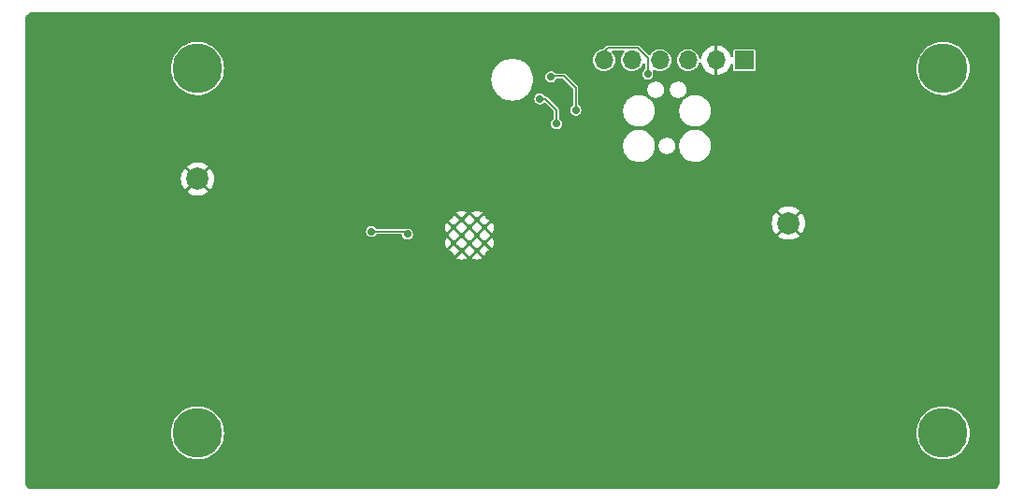
<source format=gbr>
%TF.GenerationSoftware,KiCad,Pcbnew,8.0.4*%
%TF.CreationDate,2024-11-25T16:05:12+13:00*%
%TF.ProjectId,CDRC,43445243-2e6b-4696-9361-645f70636258,B*%
%TF.SameCoordinates,Original*%
%TF.FileFunction,Copper,L2,Bot*%
%TF.FilePolarity,Positive*%
%FSLAX46Y46*%
G04 Gerber Fmt 4.6, Leading zero omitted, Abs format (unit mm)*
G04 Created by KiCad (PCBNEW 8.0.4) date 2024-11-25 16:05:12*
%MOMM*%
%LPD*%
G01*
G04 APERTURE LIST*
%TA.AperFunction,ComponentPad*%
%ADD10C,2.000000*%
%TD*%
%TA.AperFunction,HeatsinkPad*%
%ADD11C,0.600000*%
%TD*%
%TA.AperFunction,ComponentPad*%
%ADD12R,1.700000X1.700000*%
%TD*%
%TA.AperFunction,ComponentPad*%
%ADD13O,1.700000X1.700000*%
%TD*%
%TA.AperFunction,ComponentPad*%
%ADD14C,3.100000*%
%TD*%
%TA.AperFunction,ConnectorPad*%
%ADD15C,4.500000*%
%TD*%
%TA.AperFunction,ViaPad*%
%ADD16C,0.600000*%
%TD*%
%TA.AperFunction,ViaPad*%
%ADD17C,0.700000*%
%TD*%
%TA.AperFunction,ViaPad*%
%ADD18C,0.800000*%
%TD*%
%TA.AperFunction,Conductor*%
%ADD19C,0.150000*%
%TD*%
G04 APERTURE END LIST*
D10*
%TO.P,TP101,1,1*%
%TO.N,GND*%
X69500000Y-19500000D03*
%TD*%
D11*
%TO.P,U401,39,GND*%
%TO.N,GND*%
X39200000Y-19900000D03*
X39200000Y-21300000D03*
X39900000Y-19200000D03*
X39900000Y-20600000D03*
X39900000Y-22000000D03*
X40600000Y-19900000D03*
X40600000Y-21300000D03*
X41300000Y-19200000D03*
X41300000Y-20600000D03*
X41300000Y-22000000D03*
X42000000Y-19900000D03*
X42000000Y-21300000D03*
%TD*%
D12*
%TO.P,J301,1,Pin_1*%
%TO.N,VCC*%
X65500000Y-4750000D03*
D13*
%TO.P,J301,2,Pin_2*%
%TO.N,GND*%
X62960000Y-4750000D03*
%TO.P,J301,3,Pin_3*%
%TO.N,/MCU/ESP_RXD0*%
X60420000Y-4750000D03*
%TO.P,J301,4,Pin_4*%
%TO.N,/MCU/ESP_TXD0*%
X57880000Y-4750000D03*
%TO.P,J301,5,Pin_5*%
%TO.N,/MCU/ESP_BOOT0*%
X55340000Y-4750000D03*
%TO.P,J301,6,Pin_6*%
%TO.N,/MCU/ESP_EN*%
X52800000Y-4750000D03*
%TD*%
D10*
%TO.P,TP508,1,1*%
%TO.N,GND*%
X16000000Y-15500000D03*
%TD*%
D14*
%TO.P,H104,1*%
%TO.N,N/C*%
X83500000Y-38500000D03*
D15*
X83500000Y-38500000D03*
%TD*%
D14*
%TO.P,H102,1*%
%TO.N,N/C*%
X83500000Y-5500000D03*
D15*
X83500000Y-5500000D03*
%TD*%
D14*
%TO.P,H103,1*%
%TO.N,N/C*%
X16000000Y-5500000D03*
D15*
X16000000Y-5500000D03*
%TD*%
D14*
%TO.P,H101,1*%
%TO.N,N/C*%
X16000000Y-38500000D03*
D15*
X16000000Y-38500000D03*
%TD*%
D16*
%TO.N,GND*%
X49250000Y-9250000D03*
D17*
X56000000Y-6500000D03*
X46000000Y-8250000D03*
X48000000Y-7250000D03*
D18*
X79500000Y-43000000D03*
X29500000Y-4500000D03*
X64000000Y-7000000D03*
X35000000Y-29000000D03*
X19500000Y-34500000D03*
X1000000Y-12000000D03*
X7000000Y-33000000D03*
X35000000Y-30500000D03*
X88000000Y-12000000D03*
X88000000Y-42000000D03*
X82000000Y-9500000D03*
X29500000Y-43000000D03*
X52000000Y-37000000D03*
D17*
X22500000Y-33000000D03*
D18*
X37000000Y-22000000D03*
X24500000Y-43000000D03*
X14500000Y-17000000D03*
X17000000Y-24500000D03*
X47000000Y-19500000D03*
X44500000Y-11000000D03*
X82000000Y-32000000D03*
X32000000Y-34500000D03*
X44500000Y-14500000D03*
X69500000Y-1000000D03*
X71750000Y-22750000D03*
X34500000Y-37000000D03*
X58000000Y-18000000D03*
X88000000Y-17000000D03*
X59500000Y-43000000D03*
X7000000Y-31000000D03*
X19500000Y-29500000D03*
X62862500Y-20387500D03*
X77000000Y-9500000D03*
X42000000Y-11000000D03*
X34500000Y-1000000D03*
X69500000Y-14500000D03*
X54500000Y-1000000D03*
X35000000Y-33000000D03*
X1000000Y-27000000D03*
X47000000Y-37000000D03*
X51250000Y-9250000D03*
X14500000Y-9500000D03*
X27000000Y-4500000D03*
X49500000Y-43000000D03*
X64000000Y-9500000D03*
X31500000Y-12000000D03*
X84500000Y-32000000D03*
X30250000Y-11000000D03*
X19500000Y-4500000D03*
X47000000Y-22000000D03*
X13500000Y-12000000D03*
X14500000Y-29500000D03*
X67000000Y-12000000D03*
X58000000Y-16000000D03*
X42000000Y-24500000D03*
X31000000Y-12750000D03*
X69500000Y-7000000D03*
X44500000Y-19500000D03*
X82000000Y-12000000D03*
X74500000Y-43000000D03*
X64000000Y-16000000D03*
X72000000Y-7000000D03*
X37000000Y-19500000D03*
X69500000Y-12000000D03*
X11000000Y-4500000D03*
X77000000Y-7000000D03*
X79500000Y-4500000D03*
X79500000Y-9500000D03*
X22250000Y-6500000D03*
X37000000Y-24500000D03*
X77000000Y-27000000D03*
X1000000Y-42000000D03*
X44500000Y-24500000D03*
X34500000Y-43000000D03*
X4500000Y-1000000D03*
X47000000Y-29500000D03*
X29500000Y-7000000D03*
X64500000Y-1000000D03*
X67000000Y-9500000D03*
X67000000Y-7000000D03*
X13500000Y-32750000D03*
D17*
X22500000Y-37500000D03*
D18*
X14500000Y-19500000D03*
X64500000Y-43000000D03*
X72000000Y-12000000D03*
X84500000Y-1000000D03*
X22000000Y-14500000D03*
X1000000Y-32000000D03*
X47000000Y-14500000D03*
D17*
X22000000Y-18000000D03*
D18*
X52750000Y-20500000D03*
X19500000Y-9500000D03*
X79500000Y-24500000D03*
X9500000Y-1000000D03*
X39500000Y-34500000D03*
X31500000Y-9000000D03*
X74500000Y-1000000D03*
X42000000Y-17000000D03*
X69500000Y-9500000D03*
X54500000Y-43000000D03*
X79500000Y-12000000D03*
X88000000Y-32000000D03*
X79500000Y-14500000D03*
X62405000Y-25155000D03*
X79500000Y-19500000D03*
X36500000Y-29000000D03*
X69250000Y-31500000D03*
X79500000Y-29500000D03*
X22250000Y-8500000D03*
X44500000Y-1000000D03*
X32000000Y-7000000D03*
X9500000Y-43000000D03*
X77000000Y-14500000D03*
X60000000Y-16000000D03*
X39500000Y-37000000D03*
X79500000Y-37000000D03*
X74000000Y-18250000D03*
X47000000Y-17000000D03*
X84500000Y-34500000D03*
X61000000Y-32000000D03*
X10000000Y-4500000D03*
X19500000Y-37000000D03*
X69500000Y-17000000D03*
X71750000Y-23750000D03*
X17000000Y-34500000D03*
X62000000Y-16000000D03*
X19500000Y-43000000D03*
X36500000Y-33000000D03*
X61000000Y-34000000D03*
X44500000Y-34500000D03*
X64500000Y-19500000D03*
X72000000Y-14500000D03*
X67000000Y-19500000D03*
X39500000Y-43000000D03*
X79500000Y-39500000D03*
X17000000Y-9500000D03*
X14500000Y-1000000D03*
X14500000Y-43000000D03*
X12000000Y-19500000D03*
X70500000Y-32750000D03*
X42000000Y-34500000D03*
X26500000Y-21000000D03*
X1000000Y-37000000D03*
X7000000Y-36000000D03*
X17000000Y-29500000D03*
X61000000Y-30000000D03*
D17*
X22000000Y-15500000D03*
D18*
X24500000Y-1000000D03*
X39500000Y-17000000D03*
X19500000Y-17000000D03*
X68000000Y-32750000D03*
X44500000Y-17000000D03*
X42000000Y-29500000D03*
X57500000Y-26500000D03*
X49500000Y-1000000D03*
X74500000Y-7000000D03*
X37000000Y-37000000D03*
X32000000Y-32000000D03*
X84500000Y-43000000D03*
X47000000Y-24500000D03*
X54250000Y-20500000D03*
X37000000Y-17000000D03*
X4500000Y-43000000D03*
X42000000Y-14500000D03*
X67000000Y-4500000D03*
X69500000Y-43000000D03*
X1000000Y-2000000D03*
X7000000Y-35000000D03*
X64000000Y-12000000D03*
X69250000Y-34000000D03*
X77000000Y-17000000D03*
X59500000Y-1000000D03*
X47000000Y-11000000D03*
X13000000Y-4500000D03*
X77000000Y-24500000D03*
D17*
X22500000Y-11000000D03*
D18*
X88000000Y-37000000D03*
X88000000Y-27000000D03*
X79500000Y-1000000D03*
X67000000Y-14500000D03*
X39500000Y-24500000D03*
D17*
X57500000Y-22600000D03*
D18*
X44500000Y-43000000D03*
X84500000Y-9500000D03*
X49500000Y-37000000D03*
X19500000Y-7000000D03*
X7000000Y-32000000D03*
X67000000Y-17000000D03*
X12000000Y-4500000D03*
X29500000Y-1000000D03*
D17*
X22500000Y-28500000D03*
D18*
X35000000Y-32000000D03*
X57500000Y-24500000D03*
X1000000Y-22000000D03*
X58000000Y-20000000D03*
X1000000Y-17000000D03*
X69250000Y-32750000D03*
X44500000Y-29500000D03*
X74500000Y-12000000D03*
X74500000Y-9500000D03*
X84500000Y-12000000D03*
X74000000Y-20750000D03*
X17000000Y-19500000D03*
X52500000Y-13250000D03*
X79500000Y-7000000D03*
X19500000Y-1000000D03*
X52500000Y-14750000D03*
X19500000Y-14500000D03*
X77000000Y-12000000D03*
X88000000Y-2000000D03*
X58000000Y-14500000D03*
X72000000Y-9500000D03*
X22250000Y-7500000D03*
X82000000Y-34500000D03*
X61000000Y-7250000D03*
X52500000Y-16000000D03*
X47000000Y-34500000D03*
X7000000Y-37000000D03*
X88000000Y-7000000D03*
X1000000Y-7000000D03*
X79500000Y-22000000D03*
X39500000Y-1000000D03*
X77000000Y-22000000D03*
X53500000Y-9000000D03*
X32000000Y-4500000D03*
X52000000Y-11000000D03*
X39500000Y-29500000D03*
X88000000Y-22000000D03*
X50500000Y-11000000D03*
X19500000Y-24500000D03*
X12000000Y-17000000D03*
X42000000Y-37000000D03*
D17*
X54000000Y-27000000D03*
D18*
X77000000Y-19500000D03*
X44500000Y-22000000D03*
X79500000Y-27000000D03*
X34500000Y-34500000D03*
X26500000Y-18750000D03*
X79500000Y-17000000D03*
X22000000Y-17000000D03*
X32000000Y-37000000D03*
X31500000Y-11000000D03*
X44500000Y-37000000D03*
X74000000Y-15750000D03*
X14500000Y-34500000D03*
D17*
%TO.N,/MCU/ESP_RXD0*%
X47000000Y-8250000D03*
X48500000Y-10500000D03*
%TO.N,/MCU/ESP_EN*%
X56750000Y-6000000D03*
%TO.N,/MCU/ESP_TXD0*%
X48000000Y-6250000D03*
X50250000Y-9250000D03*
%TO.N,/MCU/IO25*%
X35000000Y-20500000D03*
X31750000Y-20250000D03*
%TD*%
D19*
%TO.N,/MCU/ESP_RXD0*%
X47000000Y-8250000D02*
X47500000Y-8250000D01*
X47500000Y-8250000D02*
X48500000Y-9250000D01*
X48500000Y-9250000D02*
X48500000Y-10500000D01*
%TO.N,/MCU/ESP_TXD0*%
X48000000Y-6250000D02*
X48075000Y-6175000D01*
X48075000Y-6175000D02*
X49175000Y-6175000D01*
X49175000Y-6175000D02*
X50250000Y-7250000D01*
X50250000Y-7250000D02*
X50250000Y-9250000D01*
%TO.N,/MCU/ESP_EN*%
X52800000Y-4750000D02*
X52800000Y-3950000D01*
X53125000Y-3625000D02*
X55875000Y-3625000D01*
X56750000Y-4500000D02*
X56750000Y-6000000D01*
X55875000Y-3625000D02*
X56750000Y-4500000D01*
X52800000Y-3950000D02*
X53125000Y-3625000D01*
%TO.N,/MCU/IO25*%
X31750000Y-20250000D02*
X34750000Y-20250000D01*
X34750000Y-20250000D02*
X35000000Y-20500000D01*
%TD*%
%TA.AperFunction,Conductor*%
%TO.N,GND*%
G36*
X88006922Y-401279D02*
G01*
X88119518Y-413966D01*
X88146583Y-420143D01*
X88246927Y-455255D01*
X88271941Y-467301D01*
X88361955Y-523860D01*
X88383662Y-541172D01*
X88458827Y-616337D01*
X88476140Y-638046D01*
X88532697Y-728056D01*
X88544745Y-753074D01*
X88579855Y-853414D01*
X88586033Y-880484D01*
X88598720Y-993077D01*
X88599500Y-1006961D01*
X88599500Y-42993038D01*
X88598720Y-43006922D01*
X88586033Y-43119515D01*
X88579855Y-43146585D01*
X88544745Y-43246925D01*
X88532697Y-43271943D01*
X88476140Y-43361953D01*
X88458827Y-43383662D01*
X88383662Y-43458827D01*
X88361953Y-43476140D01*
X88271943Y-43532697D01*
X88246925Y-43544745D01*
X88146585Y-43579855D01*
X88119516Y-43586033D01*
X88034855Y-43595572D01*
X88006921Y-43598720D01*
X87993039Y-43599500D01*
X1006961Y-43599500D01*
X993077Y-43598720D01*
X880484Y-43586033D01*
X853414Y-43579855D01*
X753074Y-43544745D01*
X728056Y-43532697D01*
X638046Y-43476140D01*
X616337Y-43458827D01*
X541172Y-43383662D01*
X523859Y-43361953D01*
X467302Y-43271943D01*
X455254Y-43246925D01*
X420144Y-43146585D01*
X413966Y-43119514D01*
X401280Y-43006921D01*
X400500Y-42993038D01*
X400500Y-38499994D01*
X13594754Y-38499994D01*
X13594754Y-38500005D01*
X13613718Y-38801446D01*
X13613719Y-38801453D01*
X13670320Y-39098164D01*
X13763659Y-39385431D01*
X13763661Y-39385436D01*
X13892265Y-39658732D01*
X13892268Y-39658738D01*
X14054111Y-39913763D01*
X14246652Y-40146505D01*
X14466836Y-40353272D01*
X14466846Y-40353280D01*
X14711193Y-40530808D01*
X14711198Y-40530810D01*
X14711205Y-40530816D01*
X14975896Y-40676332D01*
X14975901Y-40676334D01*
X14975903Y-40676335D01*
X14975904Y-40676336D01*
X15256734Y-40787524D01*
X15256737Y-40787525D01*
X15354259Y-40812564D01*
X15549302Y-40862642D01*
X15696039Y-40881179D01*
X15848963Y-40900499D01*
X15848969Y-40900499D01*
X15848973Y-40900500D01*
X15848975Y-40900500D01*
X16151025Y-40900500D01*
X16151027Y-40900500D01*
X16151032Y-40900499D01*
X16151036Y-40900499D01*
X16230591Y-40890448D01*
X16450698Y-40862642D01*
X16743262Y-40787525D01*
X16743265Y-40787524D01*
X17024095Y-40676336D01*
X17024096Y-40676335D01*
X17024094Y-40676335D01*
X17024104Y-40676332D01*
X17288795Y-40530816D01*
X17533162Y-40353274D01*
X17753349Y-40146504D01*
X17945885Y-39913768D01*
X18107733Y-39658736D01*
X18236341Y-39385430D01*
X18329681Y-39098160D01*
X18386280Y-38801457D01*
X18405246Y-38500000D01*
X18405246Y-38499994D01*
X81094754Y-38499994D01*
X81094754Y-38500005D01*
X81113718Y-38801446D01*
X81113719Y-38801453D01*
X81170320Y-39098164D01*
X81263659Y-39385431D01*
X81263661Y-39385436D01*
X81392265Y-39658732D01*
X81392268Y-39658738D01*
X81554111Y-39913763D01*
X81746652Y-40146505D01*
X81966836Y-40353272D01*
X81966846Y-40353280D01*
X82211193Y-40530808D01*
X82211198Y-40530810D01*
X82211205Y-40530816D01*
X82475896Y-40676332D01*
X82475901Y-40676334D01*
X82475903Y-40676335D01*
X82475904Y-40676336D01*
X82756734Y-40787524D01*
X82756737Y-40787525D01*
X82854259Y-40812564D01*
X83049302Y-40862642D01*
X83196039Y-40881179D01*
X83348963Y-40900499D01*
X83348969Y-40900499D01*
X83348973Y-40900500D01*
X83348975Y-40900500D01*
X83651025Y-40900500D01*
X83651027Y-40900500D01*
X83651032Y-40900499D01*
X83651036Y-40900499D01*
X83730591Y-40890448D01*
X83950698Y-40862642D01*
X84243262Y-40787525D01*
X84243265Y-40787524D01*
X84524095Y-40676336D01*
X84524096Y-40676335D01*
X84524094Y-40676335D01*
X84524104Y-40676332D01*
X84788795Y-40530816D01*
X85033162Y-40353274D01*
X85253349Y-40146504D01*
X85445885Y-39913768D01*
X85607733Y-39658736D01*
X85736341Y-39385430D01*
X85829681Y-39098160D01*
X85886280Y-38801457D01*
X85905246Y-38500000D01*
X85886280Y-38198543D01*
X85829681Y-37901840D01*
X85736341Y-37614570D01*
X85607733Y-37341264D01*
X85445885Y-37086232D01*
X85253349Y-36853496D01*
X85033162Y-36646726D01*
X85033159Y-36646724D01*
X85033153Y-36646719D01*
X84788806Y-36469191D01*
X84788799Y-36469186D01*
X84788795Y-36469184D01*
X84524104Y-36323668D01*
X84524101Y-36323666D01*
X84524096Y-36323664D01*
X84524095Y-36323663D01*
X84243265Y-36212475D01*
X84243262Y-36212474D01*
X83950695Y-36137357D01*
X83651036Y-36099500D01*
X83651027Y-36099500D01*
X83348973Y-36099500D01*
X83348963Y-36099500D01*
X83049304Y-36137357D01*
X82756737Y-36212474D01*
X82756734Y-36212475D01*
X82475904Y-36323663D01*
X82475903Y-36323664D01*
X82211205Y-36469184D01*
X82211193Y-36469191D01*
X81966846Y-36646719D01*
X81966836Y-36646727D01*
X81746652Y-36853494D01*
X81554111Y-37086236D01*
X81392268Y-37341261D01*
X81392265Y-37341267D01*
X81263661Y-37614563D01*
X81263659Y-37614568D01*
X81170320Y-37901835D01*
X81113719Y-38198546D01*
X81113718Y-38198553D01*
X81094754Y-38499994D01*
X18405246Y-38499994D01*
X18386280Y-38198543D01*
X18329681Y-37901840D01*
X18236341Y-37614570D01*
X18107733Y-37341264D01*
X17945885Y-37086232D01*
X17753349Y-36853496D01*
X17533162Y-36646726D01*
X17533159Y-36646724D01*
X17533153Y-36646719D01*
X17288806Y-36469191D01*
X17288799Y-36469186D01*
X17288795Y-36469184D01*
X17024104Y-36323668D01*
X17024101Y-36323666D01*
X17024096Y-36323664D01*
X17024095Y-36323663D01*
X16743265Y-36212475D01*
X16743262Y-36212474D01*
X16450695Y-36137357D01*
X16151036Y-36099500D01*
X16151027Y-36099500D01*
X15848973Y-36099500D01*
X15848963Y-36099500D01*
X15549304Y-36137357D01*
X15256737Y-36212474D01*
X15256734Y-36212475D01*
X14975904Y-36323663D01*
X14975903Y-36323664D01*
X14711205Y-36469184D01*
X14711193Y-36469191D01*
X14466846Y-36646719D01*
X14466836Y-36646727D01*
X14246652Y-36853494D01*
X14054111Y-37086236D01*
X13892268Y-37341261D01*
X13892265Y-37341267D01*
X13763661Y-37614563D01*
X13763659Y-37614568D01*
X13670320Y-37901835D01*
X13613719Y-38198546D01*
X13613718Y-38198553D01*
X13594754Y-38499994D01*
X400500Y-38499994D01*
X400500Y-22648446D01*
X39428328Y-22648446D01*
X39550697Y-22725336D01*
X39720858Y-22784877D01*
X39720861Y-22784878D01*
X39899997Y-22805062D01*
X39900003Y-22805062D01*
X40079138Y-22784878D01*
X40079141Y-22784877D01*
X40249304Y-22725335D01*
X40249310Y-22725332D01*
X40371670Y-22648447D01*
X40371670Y-22648446D01*
X40828328Y-22648446D01*
X40950697Y-22725336D01*
X41120858Y-22784877D01*
X41120861Y-22784878D01*
X41299997Y-22805062D01*
X41300003Y-22805062D01*
X41479138Y-22784878D01*
X41479141Y-22784877D01*
X41649304Y-22725335D01*
X41649310Y-22725332D01*
X41771670Y-22648447D01*
X41771670Y-22648446D01*
X41300001Y-22176776D01*
X41300000Y-22176776D01*
X40828328Y-22648446D01*
X40371670Y-22648446D01*
X39900001Y-22176776D01*
X39900000Y-22176776D01*
X39428328Y-22648446D01*
X400500Y-22648446D01*
X400500Y-21948446D01*
X38728328Y-21948446D01*
X38850697Y-22025336D01*
X39020859Y-22084878D01*
X39021644Y-22085057D01*
X39022099Y-22085311D01*
X39027430Y-22087177D01*
X39027103Y-22088110D01*
X39082623Y-22119166D01*
X39111952Y-22172875D01*
X39112823Y-22172571D01*
X39114672Y-22177855D01*
X39114940Y-22178346D01*
X39115120Y-22179137D01*
X39174664Y-22349304D01*
X39251551Y-22471670D01*
X39251552Y-22471671D01*
X39723223Y-22000000D01*
X39723223Y-21999999D01*
X39703333Y-21980109D01*
X39800000Y-21980109D01*
X39800000Y-22019891D01*
X39815224Y-22056645D01*
X39843355Y-22084776D01*
X39880109Y-22100000D01*
X39919891Y-22100000D01*
X39956645Y-22084776D01*
X39984776Y-22056645D01*
X40000000Y-22019891D01*
X40000000Y-22000000D01*
X40076776Y-22000000D01*
X40548446Y-22471670D01*
X40586113Y-22467426D01*
X40613884Y-22467426D01*
X40651553Y-22471670D01*
X41123223Y-22000001D01*
X41123223Y-21999999D01*
X41103333Y-21980109D01*
X41200000Y-21980109D01*
X41200000Y-22019891D01*
X41215224Y-22056645D01*
X41243355Y-22084776D01*
X41280109Y-22100000D01*
X41319891Y-22100000D01*
X41356645Y-22084776D01*
X41384776Y-22056645D01*
X41400000Y-22019891D01*
X41400000Y-22000000D01*
X41476776Y-22000000D01*
X41948446Y-22471670D01*
X41948447Y-22471670D01*
X42025332Y-22349310D01*
X42025335Y-22349304D01*
X42084876Y-22179144D01*
X42085056Y-22178358D01*
X42085311Y-22177901D01*
X42087177Y-22172570D01*
X42088110Y-22172896D01*
X42119164Y-22117379D01*
X42172875Y-22088049D01*
X42172570Y-22087177D01*
X42177870Y-22085322D01*
X42178358Y-22085056D01*
X42179144Y-22084876D01*
X42349304Y-22025335D01*
X42349310Y-22025332D01*
X42471670Y-21948447D01*
X42471670Y-21948446D01*
X42000000Y-21476776D01*
X41476776Y-22000000D01*
X41400000Y-22000000D01*
X41400000Y-21980109D01*
X41384776Y-21943355D01*
X41356645Y-21915224D01*
X41319891Y-21900000D01*
X41280109Y-21900000D01*
X41243355Y-21915224D01*
X41215224Y-21943355D01*
X41200000Y-21980109D01*
X41103333Y-21980109D01*
X40600000Y-21476776D01*
X40076776Y-22000000D01*
X40000000Y-22000000D01*
X40000000Y-21980109D01*
X39984776Y-21943355D01*
X39956645Y-21915224D01*
X39919891Y-21900000D01*
X39880109Y-21900000D01*
X39843355Y-21915224D01*
X39815224Y-21943355D01*
X39800000Y-21980109D01*
X39703333Y-21980109D01*
X39372527Y-21649303D01*
X39200001Y-21476776D01*
X39200000Y-21476776D01*
X38728328Y-21948446D01*
X400500Y-21948446D01*
X400500Y-21299997D01*
X38394938Y-21299997D01*
X38394938Y-21300002D01*
X38415121Y-21479138D01*
X38415122Y-21479141D01*
X38474664Y-21649303D01*
X38551551Y-21771670D01*
X38551552Y-21771671D01*
X39023223Y-21300000D01*
X39023223Y-21299999D01*
X39003333Y-21280109D01*
X39100000Y-21280109D01*
X39100000Y-21319891D01*
X39115224Y-21356645D01*
X39143355Y-21384776D01*
X39180109Y-21400000D01*
X39219891Y-21400000D01*
X39256645Y-21384776D01*
X39284776Y-21356645D01*
X39300000Y-21319891D01*
X39300000Y-21300000D01*
X39376776Y-21300000D01*
X39553553Y-21476777D01*
X39900000Y-21823223D01*
X40246447Y-21476777D01*
X40423223Y-21300000D01*
X40423223Y-21299999D01*
X40403333Y-21280109D01*
X40500000Y-21280109D01*
X40500000Y-21319891D01*
X40515224Y-21356645D01*
X40543355Y-21384776D01*
X40580109Y-21400000D01*
X40619891Y-21400000D01*
X40656645Y-21384776D01*
X40684776Y-21356645D01*
X40700000Y-21319891D01*
X40700000Y-21300000D01*
X40776776Y-21300000D01*
X40953553Y-21476777D01*
X41300000Y-21823223D01*
X41646447Y-21476777D01*
X41823223Y-21300000D01*
X41823223Y-21299999D01*
X41803333Y-21280109D01*
X41900000Y-21280109D01*
X41900000Y-21319891D01*
X41915224Y-21356645D01*
X41943355Y-21384776D01*
X41980109Y-21400000D01*
X42019891Y-21400000D01*
X42056645Y-21384776D01*
X42084776Y-21356645D01*
X42100000Y-21319891D01*
X42100000Y-21299999D01*
X42176776Y-21299999D01*
X42176776Y-21300000D01*
X42648446Y-21771670D01*
X42648447Y-21771670D01*
X42725332Y-21649310D01*
X42725336Y-21649303D01*
X42784877Y-21479141D01*
X42784878Y-21479138D01*
X42805062Y-21300002D01*
X42805062Y-21299997D01*
X42784878Y-21120861D01*
X42784877Y-21120858D01*
X42725336Y-20950697D01*
X42648446Y-20828328D01*
X42176776Y-21299999D01*
X42100000Y-21299999D01*
X42100000Y-21280109D01*
X42084776Y-21243355D01*
X42056645Y-21215224D01*
X42019891Y-21200000D01*
X41980109Y-21200000D01*
X41943355Y-21215224D01*
X41915224Y-21243355D01*
X41900000Y-21280109D01*
X41803333Y-21280109D01*
X41300000Y-20776776D01*
X40776776Y-21300000D01*
X40700000Y-21300000D01*
X40700000Y-21280109D01*
X40684776Y-21243355D01*
X40656645Y-21215224D01*
X40619891Y-21200000D01*
X40580109Y-21200000D01*
X40543355Y-21215224D01*
X40515224Y-21243355D01*
X40500000Y-21280109D01*
X40403333Y-21280109D01*
X39900000Y-20776776D01*
X39376776Y-21300000D01*
X39300000Y-21300000D01*
X39300000Y-21280109D01*
X39284776Y-21243355D01*
X39256645Y-21215224D01*
X39219891Y-21200000D01*
X39180109Y-21200000D01*
X39143355Y-21215224D01*
X39115224Y-21243355D01*
X39100000Y-21280109D01*
X39003333Y-21280109D01*
X38551552Y-20828327D01*
X38551551Y-20828327D01*
X38474664Y-20950695D01*
X38415122Y-21120858D01*
X38415121Y-21120861D01*
X38394938Y-21299997D01*
X400500Y-21299997D01*
X400500Y-20250000D01*
X31244353Y-20250000D01*
X31264834Y-20392456D01*
X31279457Y-20424475D01*
X31324623Y-20523373D01*
X31418872Y-20632143D01*
X31539947Y-20709953D01*
X31539950Y-20709954D01*
X31539949Y-20709954D01*
X31678036Y-20750499D01*
X31678038Y-20750500D01*
X31678039Y-20750500D01*
X31821962Y-20750500D01*
X31821962Y-20750499D01*
X31960053Y-20709953D01*
X32081128Y-20632143D01*
X32175377Y-20523373D01*
X32175377Y-20523371D01*
X32179775Y-20518297D01*
X32238553Y-20480523D01*
X32273488Y-20475500D01*
X34383384Y-20475500D01*
X34450423Y-20495185D01*
X34496178Y-20547989D01*
X34506121Y-20581851D01*
X34508385Y-20597596D01*
X34514834Y-20642456D01*
X34545660Y-20709954D01*
X34574623Y-20773373D01*
X34668872Y-20882143D01*
X34789947Y-20959953D01*
X34789950Y-20959954D01*
X34789949Y-20959954D01*
X34897107Y-20991417D01*
X34926336Y-21000000D01*
X34928036Y-21000499D01*
X34928038Y-21000500D01*
X34928039Y-21000500D01*
X35071962Y-21000500D01*
X35071962Y-21000499D01*
X35210053Y-20959953D01*
X35331128Y-20882143D01*
X35425377Y-20773373D01*
X35485165Y-20642457D01*
X35498681Y-20548447D01*
X38728327Y-20548447D01*
X38732572Y-20586116D01*
X38732572Y-20613882D01*
X38728327Y-20651551D01*
X39200000Y-21123223D01*
X39549851Y-20773373D01*
X39723223Y-20600000D01*
X39723223Y-20599999D01*
X39703333Y-20580109D01*
X39800000Y-20580109D01*
X39800000Y-20619891D01*
X39815224Y-20656645D01*
X39843355Y-20684776D01*
X39880109Y-20700000D01*
X39919891Y-20700000D01*
X39956645Y-20684776D01*
X39984776Y-20656645D01*
X40000000Y-20619891D01*
X40000000Y-20600000D01*
X40076776Y-20600000D01*
X40250149Y-20773373D01*
X40600000Y-21123223D01*
X40949851Y-20773373D01*
X41123223Y-20600000D01*
X41123223Y-20599999D01*
X41103333Y-20580109D01*
X41200000Y-20580109D01*
X41200000Y-20619891D01*
X41215224Y-20656645D01*
X41243355Y-20684776D01*
X41280109Y-20700000D01*
X41319891Y-20700000D01*
X41356645Y-20684776D01*
X41384776Y-20656645D01*
X41400000Y-20619891D01*
X41400000Y-20600000D01*
X41476776Y-20600000D01*
X41650149Y-20773373D01*
X42000000Y-21123223D01*
X42000001Y-21123223D01*
X42471670Y-20651553D01*
X42467426Y-20613884D01*
X42467426Y-20586113D01*
X42471670Y-20548446D01*
X42000000Y-20076776D01*
X41476776Y-20600000D01*
X41400000Y-20600000D01*
X41400000Y-20580109D01*
X41384776Y-20543355D01*
X41356645Y-20515224D01*
X41319891Y-20500000D01*
X41280109Y-20500000D01*
X41243355Y-20515224D01*
X41215224Y-20543355D01*
X41200000Y-20580109D01*
X41103333Y-20580109D01*
X40600000Y-20076776D01*
X40076776Y-20600000D01*
X40000000Y-20600000D01*
X40000000Y-20580109D01*
X39984776Y-20543355D01*
X39956645Y-20515224D01*
X39919891Y-20500000D01*
X39880109Y-20500000D01*
X39843355Y-20515224D01*
X39815224Y-20543355D01*
X39800000Y-20580109D01*
X39703333Y-20580109D01*
X39372527Y-20249303D01*
X39200001Y-20076776D01*
X39200000Y-20076776D01*
X38728327Y-20548447D01*
X35498681Y-20548447D01*
X35505647Y-20500000D01*
X35485165Y-20357543D01*
X35425377Y-20226627D01*
X35331128Y-20117857D01*
X35210053Y-20040047D01*
X35210051Y-20040046D01*
X35210049Y-20040045D01*
X35210050Y-20040045D01*
X35071963Y-19999500D01*
X35071961Y-19999500D01*
X34928039Y-19999500D01*
X34871662Y-20016053D01*
X34852734Y-20021611D01*
X34807068Y-20023651D01*
X34807068Y-20024499D01*
X34690711Y-20024499D01*
X34690703Y-20024500D01*
X32273488Y-20024500D01*
X32206449Y-20004815D01*
X32179775Y-19981703D01*
X32175376Y-19976626D01*
X32108977Y-19899997D01*
X38394938Y-19899997D01*
X38394938Y-19900002D01*
X38415121Y-20079138D01*
X38415122Y-20079141D01*
X38474664Y-20249303D01*
X38551551Y-20371670D01*
X38551552Y-20371671D01*
X39023223Y-19900000D01*
X39023223Y-19899999D01*
X39003333Y-19880109D01*
X39100000Y-19880109D01*
X39100000Y-19919891D01*
X39115224Y-19956645D01*
X39143355Y-19984776D01*
X39180109Y-20000000D01*
X39219891Y-20000000D01*
X39256645Y-19984776D01*
X39284776Y-19956645D01*
X39300000Y-19919891D01*
X39300000Y-19900000D01*
X39376776Y-19900000D01*
X39553553Y-20076777D01*
X39900000Y-20423223D01*
X40246447Y-20076777D01*
X40423223Y-19900000D01*
X40423223Y-19899999D01*
X40403333Y-19880109D01*
X40500000Y-19880109D01*
X40500000Y-19919891D01*
X40515224Y-19956645D01*
X40543355Y-19984776D01*
X40580109Y-20000000D01*
X40619891Y-20000000D01*
X40656645Y-19984776D01*
X40684776Y-19956645D01*
X40700000Y-19919891D01*
X40700000Y-19900000D01*
X40776776Y-19900000D01*
X40953553Y-20076777D01*
X41300000Y-20423223D01*
X41646447Y-20076777D01*
X41823223Y-19900000D01*
X41823223Y-19899999D01*
X41803333Y-19880109D01*
X41900000Y-19880109D01*
X41900000Y-19919891D01*
X41915224Y-19956645D01*
X41943355Y-19984776D01*
X41980109Y-20000000D01*
X42019891Y-20000000D01*
X42056645Y-19984776D01*
X42084776Y-19956645D01*
X42100000Y-19919891D01*
X42100000Y-19899999D01*
X42176776Y-19899999D01*
X42176776Y-19900000D01*
X42648446Y-20371670D01*
X42648447Y-20371670D01*
X42725332Y-20249310D01*
X42725336Y-20249303D01*
X42784877Y-20079141D01*
X42784878Y-20079138D01*
X42805062Y-19900002D01*
X42805062Y-19899997D01*
X42784878Y-19720861D01*
X42784877Y-19720858D01*
X42725336Y-19550697D01*
X42693477Y-19499994D01*
X67994859Y-19499994D01*
X67994859Y-19500005D01*
X68015385Y-19747729D01*
X68015387Y-19747738D01*
X68076412Y-19988717D01*
X68176266Y-20216364D01*
X68312237Y-20424483D01*
X68353699Y-20469521D01*
X68353701Y-20469521D01*
X69069270Y-19753952D01*
X69099901Y-19807007D01*
X69192993Y-19900099D01*
X69246046Y-19930729D01*
X68530537Y-20646238D01*
X68530537Y-20646239D01*
X68676769Y-20760056D01*
X68676771Y-20760057D01*
X68895385Y-20878364D01*
X68895396Y-20878369D01*
X69130506Y-20959083D01*
X69375707Y-21000000D01*
X69624293Y-21000000D01*
X69869493Y-20959083D01*
X70104603Y-20878369D01*
X70104614Y-20878364D01*
X70323228Y-20760057D01*
X70323231Y-20760055D01*
X70469461Y-20646238D01*
X69753952Y-19930729D01*
X69807007Y-19900099D01*
X69900099Y-19807007D01*
X69930729Y-19753953D01*
X70646298Y-20469522D01*
X70687769Y-20424475D01*
X70823732Y-20216367D01*
X70923587Y-19988717D01*
X70984612Y-19747738D01*
X70984614Y-19747729D01*
X71005141Y-19500005D01*
X71005141Y-19499994D01*
X70984614Y-19252270D01*
X70984612Y-19252261D01*
X70923587Y-19011282D01*
X70823733Y-18783635D01*
X70687766Y-18575522D01*
X70687757Y-18575510D01*
X70646299Y-18530477D01*
X70646297Y-18530477D01*
X69930729Y-19246046D01*
X69900099Y-19192993D01*
X69807007Y-19099901D01*
X69753952Y-19069270D01*
X70469461Y-18353760D01*
X70469461Y-18353759D01*
X70323236Y-18239947D01*
X70323231Y-18239944D01*
X70104614Y-18121635D01*
X70104603Y-18121630D01*
X69869493Y-18040916D01*
X69624293Y-18000000D01*
X69375707Y-18000000D01*
X69130506Y-18040916D01*
X68895396Y-18121630D01*
X68895385Y-18121635D01*
X68676768Y-18239944D01*
X68676765Y-18239946D01*
X68530537Y-18353759D01*
X68530537Y-18353760D01*
X69246047Y-19069270D01*
X69192993Y-19099901D01*
X69099901Y-19192993D01*
X69069270Y-19246047D01*
X68353700Y-18530477D01*
X68353699Y-18530477D01*
X68312232Y-18575521D01*
X68176267Y-18783632D01*
X68076412Y-19011282D01*
X68015387Y-19252261D01*
X68015385Y-19252270D01*
X67994859Y-19499994D01*
X42693477Y-19499994D01*
X42648446Y-19428328D01*
X42176776Y-19899999D01*
X42100000Y-19899999D01*
X42100000Y-19880109D01*
X42084776Y-19843355D01*
X42056645Y-19815224D01*
X42019891Y-19800000D01*
X41980109Y-19800000D01*
X41943355Y-19815224D01*
X41915224Y-19843355D01*
X41900000Y-19880109D01*
X41803333Y-19880109D01*
X41300000Y-19376776D01*
X40776776Y-19900000D01*
X40700000Y-19900000D01*
X40700000Y-19880109D01*
X40684776Y-19843355D01*
X40656645Y-19815224D01*
X40619891Y-19800000D01*
X40580109Y-19800000D01*
X40543355Y-19815224D01*
X40515224Y-19843355D01*
X40500000Y-19880109D01*
X40403333Y-19880109D01*
X39900000Y-19376776D01*
X39376776Y-19900000D01*
X39300000Y-19900000D01*
X39300000Y-19880109D01*
X39284776Y-19843355D01*
X39256645Y-19815224D01*
X39219891Y-19800000D01*
X39180109Y-19800000D01*
X39143355Y-19815224D01*
X39115224Y-19843355D01*
X39100000Y-19880109D01*
X39003333Y-19880109D01*
X38551552Y-19428327D01*
X38551551Y-19428327D01*
X38474664Y-19550695D01*
X38415122Y-19720858D01*
X38415121Y-19720861D01*
X38394938Y-19899997D01*
X32108977Y-19899997D01*
X32081128Y-19867857D01*
X31960053Y-19790047D01*
X31960051Y-19790046D01*
X31960049Y-19790045D01*
X31960050Y-19790045D01*
X31821963Y-19749500D01*
X31821961Y-19749500D01*
X31678039Y-19749500D01*
X31678036Y-19749500D01*
X31539949Y-19790045D01*
X31418873Y-19867856D01*
X31324623Y-19976626D01*
X31324622Y-19976628D01*
X31264834Y-20107543D01*
X31244353Y-20250000D01*
X400500Y-20250000D01*
X400500Y-19251551D01*
X38728327Y-19251551D01*
X38728327Y-19251552D01*
X39199999Y-19723223D01*
X39546447Y-19376777D01*
X39723223Y-19200000D01*
X39723223Y-19199999D01*
X39703333Y-19180109D01*
X39800000Y-19180109D01*
X39800000Y-19219891D01*
X39815224Y-19256645D01*
X39843355Y-19284776D01*
X39880109Y-19300000D01*
X39919891Y-19300000D01*
X39956645Y-19284776D01*
X39984776Y-19256645D01*
X40000000Y-19219891D01*
X40000000Y-19199999D01*
X40076776Y-19199999D01*
X40076776Y-19200000D01*
X40253553Y-19376777D01*
X40600000Y-19723223D01*
X40946447Y-19376777D01*
X41123223Y-19200000D01*
X41123223Y-19199999D01*
X41103333Y-19180109D01*
X41200000Y-19180109D01*
X41200000Y-19219891D01*
X41215224Y-19256645D01*
X41243355Y-19284776D01*
X41280109Y-19300000D01*
X41319891Y-19300000D01*
X41356645Y-19284776D01*
X41384776Y-19256645D01*
X41400000Y-19219891D01*
X41400000Y-19199999D01*
X41476776Y-19199999D01*
X41476776Y-19200000D01*
X41653553Y-19376777D01*
X42000000Y-19723223D01*
X42000001Y-19723223D01*
X42471671Y-19251552D01*
X42471670Y-19251551D01*
X42349304Y-19174664D01*
X42179137Y-19115120D01*
X42178346Y-19114940D01*
X42177886Y-19114683D01*
X42172571Y-19112823D01*
X42172896Y-19111891D01*
X42117370Y-19080827D01*
X42088049Y-19027124D01*
X42087177Y-19027430D01*
X42085322Y-19022130D01*
X42085057Y-19021644D01*
X42084878Y-19020859D01*
X42025336Y-18850697D01*
X41948446Y-18728328D01*
X41476776Y-19199999D01*
X41400000Y-19199999D01*
X41400000Y-19180109D01*
X41384776Y-19143355D01*
X41356645Y-19115224D01*
X41319891Y-19100000D01*
X41280109Y-19100000D01*
X41243355Y-19115224D01*
X41215224Y-19143355D01*
X41200000Y-19180109D01*
X41103333Y-19180109D01*
X40651551Y-18728327D01*
X40613882Y-18732572D01*
X40586116Y-18732572D01*
X40548447Y-18728327D01*
X40076776Y-19199999D01*
X40000000Y-19199999D01*
X40000000Y-19180109D01*
X39984776Y-19143355D01*
X39956645Y-19115224D01*
X39919891Y-19100000D01*
X39880109Y-19100000D01*
X39843355Y-19115224D01*
X39815224Y-19143355D01*
X39800000Y-19180109D01*
X39703333Y-19180109D01*
X39251552Y-18728327D01*
X39251551Y-18728327D01*
X39174664Y-18850695D01*
X39115119Y-19020866D01*
X39114939Y-19021656D01*
X39114682Y-19022113D01*
X39112823Y-19027429D01*
X39111891Y-19027103D01*
X39080824Y-19082631D01*
X39027124Y-19111952D01*
X39027429Y-19112823D01*
X39022145Y-19114671D01*
X39021656Y-19114939D01*
X39020866Y-19115119D01*
X38850695Y-19174664D01*
X38728327Y-19251551D01*
X400500Y-19251551D01*
X400500Y-18551551D01*
X39428327Y-18551551D01*
X39428327Y-18551552D01*
X39900000Y-19023223D01*
X39900001Y-19023223D01*
X40371671Y-18551552D01*
X40371670Y-18551551D01*
X40828327Y-18551551D01*
X40828327Y-18551552D01*
X41300000Y-19023223D01*
X41300001Y-19023223D01*
X41771671Y-18551552D01*
X41771670Y-18551551D01*
X41649304Y-18474664D01*
X41479141Y-18415122D01*
X41479138Y-18415121D01*
X41300003Y-18394938D01*
X41299997Y-18394938D01*
X41120861Y-18415121D01*
X41120858Y-18415122D01*
X40950695Y-18474664D01*
X40828327Y-18551551D01*
X40371670Y-18551551D01*
X40249304Y-18474664D01*
X40079141Y-18415122D01*
X40079138Y-18415121D01*
X39900003Y-18394938D01*
X39899997Y-18394938D01*
X39720861Y-18415121D01*
X39720858Y-18415122D01*
X39550695Y-18474664D01*
X39428327Y-18551551D01*
X400500Y-18551551D01*
X400500Y-15499994D01*
X14494859Y-15499994D01*
X14494859Y-15500005D01*
X14515385Y-15747729D01*
X14515387Y-15747738D01*
X14576412Y-15988717D01*
X14676266Y-16216364D01*
X14812237Y-16424483D01*
X14853699Y-16469521D01*
X14853701Y-16469521D01*
X15569270Y-15753952D01*
X15599901Y-15807007D01*
X15692993Y-15900099D01*
X15746046Y-15930729D01*
X15030537Y-16646238D01*
X15030537Y-16646239D01*
X15176769Y-16760056D01*
X15176771Y-16760057D01*
X15395385Y-16878364D01*
X15395396Y-16878369D01*
X15630506Y-16959083D01*
X15875707Y-17000000D01*
X16124293Y-17000000D01*
X16369493Y-16959083D01*
X16604603Y-16878369D01*
X16604614Y-16878364D01*
X16823228Y-16760057D01*
X16823231Y-16760055D01*
X16969461Y-16646238D01*
X16253952Y-15930729D01*
X16307007Y-15900099D01*
X16400099Y-15807007D01*
X16430729Y-15753953D01*
X17146298Y-16469522D01*
X17187769Y-16424475D01*
X17323732Y-16216367D01*
X17423587Y-15988717D01*
X17484612Y-15747738D01*
X17484614Y-15747729D01*
X17505141Y-15500005D01*
X17505141Y-15499994D01*
X17484614Y-15252270D01*
X17484612Y-15252261D01*
X17423587Y-15011282D01*
X17323733Y-14783635D01*
X17187766Y-14575522D01*
X17187757Y-14575510D01*
X17146299Y-14530477D01*
X17146297Y-14530477D01*
X16430729Y-15246046D01*
X16400099Y-15192993D01*
X16307007Y-15099901D01*
X16253952Y-15069270D01*
X16969461Y-14353760D01*
X16969461Y-14353759D01*
X16823236Y-14239947D01*
X16823231Y-14239944D01*
X16604614Y-14121635D01*
X16604603Y-14121630D01*
X16369493Y-14040916D01*
X16124293Y-14000000D01*
X15875707Y-14000000D01*
X15630506Y-14040916D01*
X15395396Y-14121630D01*
X15395385Y-14121635D01*
X15176768Y-14239944D01*
X15176765Y-14239946D01*
X15030537Y-14353759D01*
X15030537Y-14353760D01*
X15746047Y-15069270D01*
X15692993Y-15099901D01*
X15599901Y-15192993D01*
X15569270Y-15246047D01*
X14853700Y-14530477D01*
X14853699Y-14530477D01*
X14812232Y-14575521D01*
X14676267Y-14783632D01*
X14576412Y-15011282D01*
X14515387Y-15252261D01*
X14515385Y-15252270D01*
X14494859Y-15499994D01*
X400500Y-15499994D01*
X400500Y-12386831D01*
X54522050Y-12386831D01*
X54522050Y-12613168D01*
X54557458Y-12836722D01*
X54557458Y-12836725D01*
X54627398Y-13051978D01*
X54627400Y-13051981D01*
X54730155Y-13253650D01*
X54863193Y-13436761D01*
X55023239Y-13596807D01*
X55206350Y-13729845D01*
X55408019Y-13832600D01*
X55408021Y-13832601D01*
X55608801Y-13897837D01*
X55623279Y-13902542D01*
X55846831Y-13937950D01*
X55846832Y-13937950D01*
X56073168Y-13937950D01*
X56073169Y-13937950D01*
X56296721Y-13902542D01*
X56296724Y-13902541D01*
X56296725Y-13902541D01*
X56511978Y-13832601D01*
X56511978Y-13832600D01*
X56511981Y-13832600D01*
X56713650Y-13729845D01*
X56896761Y-13596807D01*
X57056807Y-13436761D01*
X57189845Y-13253650D01*
X57292600Y-13051981D01*
X57317476Y-12975420D01*
X57362541Y-12836725D01*
X57362541Y-12836724D01*
X57362542Y-12836721D01*
X57397950Y-12613169D01*
X57397950Y-12426540D01*
X57754200Y-12426540D01*
X57754200Y-12573459D01*
X57782858Y-12717534D01*
X57782861Y-12717544D01*
X57839078Y-12853266D01*
X57839083Y-12853275D01*
X57920698Y-12975419D01*
X57920701Y-12975423D01*
X58024576Y-13079298D01*
X58024580Y-13079301D01*
X58146724Y-13160916D01*
X58146730Y-13160919D01*
X58146731Y-13160920D01*
X58282458Y-13217140D01*
X58426540Y-13245799D01*
X58426544Y-13245800D01*
X58426545Y-13245800D01*
X58573456Y-13245800D01*
X58573457Y-13245799D01*
X58717542Y-13217140D01*
X58853269Y-13160920D01*
X58975420Y-13079301D01*
X59079301Y-12975420D01*
X59160920Y-12853269D01*
X59217140Y-12717542D01*
X59245800Y-12573455D01*
X59245800Y-12426545D01*
X59237901Y-12386831D01*
X59602050Y-12386831D01*
X59602050Y-12613168D01*
X59637458Y-12836722D01*
X59637458Y-12836725D01*
X59707398Y-13051978D01*
X59707400Y-13051981D01*
X59810155Y-13253650D01*
X59943193Y-13436761D01*
X60103239Y-13596807D01*
X60286350Y-13729845D01*
X60488019Y-13832600D01*
X60488021Y-13832601D01*
X60688801Y-13897837D01*
X60703279Y-13902542D01*
X60926831Y-13937950D01*
X60926832Y-13937950D01*
X61153168Y-13937950D01*
X61153169Y-13937950D01*
X61376721Y-13902542D01*
X61376724Y-13902541D01*
X61376725Y-13902541D01*
X61591978Y-13832601D01*
X61591978Y-13832600D01*
X61591981Y-13832600D01*
X61793650Y-13729845D01*
X61976761Y-13596807D01*
X62136807Y-13436761D01*
X62269845Y-13253650D01*
X62372600Y-13051981D01*
X62397476Y-12975420D01*
X62442541Y-12836725D01*
X62442541Y-12836724D01*
X62442542Y-12836721D01*
X62477950Y-12613169D01*
X62477950Y-12386831D01*
X62442542Y-12163279D01*
X62442541Y-12163275D01*
X62442541Y-12163274D01*
X62372601Y-11948021D01*
X62372599Y-11948018D01*
X62358681Y-11920701D01*
X62269845Y-11746350D01*
X62136807Y-11563239D01*
X61976761Y-11403193D01*
X61793650Y-11270155D01*
X61591981Y-11167400D01*
X61591978Y-11167398D01*
X61376723Y-11097458D01*
X61227686Y-11073852D01*
X61153169Y-11062050D01*
X60926831Y-11062050D01*
X60852313Y-11073852D01*
X60703277Y-11097458D01*
X60703274Y-11097458D01*
X60488021Y-11167398D01*
X60488018Y-11167400D01*
X60286349Y-11270155D01*
X60181878Y-11346058D01*
X60103239Y-11403193D01*
X60103237Y-11403195D01*
X60103236Y-11403195D01*
X59943195Y-11563236D01*
X59943195Y-11563237D01*
X59943193Y-11563239D01*
X59886058Y-11641878D01*
X59810155Y-11746349D01*
X59707400Y-11948018D01*
X59707398Y-11948021D01*
X59637458Y-12163274D01*
X59637458Y-12163277D01*
X59602050Y-12386831D01*
X59237901Y-12386831D01*
X59217140Y-12282458D01*
X59160920Y-12146731D01*
X59160919Y-12146730D01*
X59160916Y-12146724D01*
X59079301Y-12024580D01*
X59079298Y-12024576D01*
X58975423Y-11920701D01*
X58975419Y-11920698D01*
X58853275Y-11839083D01*
X58853266Y-11839078D01*
X58717544Y-11782861D01*
X58717545Y-11782861D01*
X58717542Y-11782860D01*
X58717538Y-11782859D01*
X58717534Y-11782858D01*
X58573459Y-11754200D01*
X58573455Y-11754200D01*
X58426545Y-11754200D01*
X58426540Y-11754200D01*
X58282465Y-11782858D01*
X58282455Y-11782861D01*
X58146733Y-11839078D01*
X58146724Y-11839083D01*
X58024580Y-11920698D01*
X58024576Y-11920701D01*
X57920701Y-12024576D01*
X57920698Y-12024580D01*
X57839083Y-12146724D01*
X57839078Y-12146733D01*
X57782861Y-12282455D01*
X57782858Y-12282465D01*
X57754200Y-12426540D01*
X57397950Y-12426540D01*
X57397950Y-12386831D01*
X57362542Y-12163279D01*
X57362541Y-12163275D01*
X57362541Y-12163274D01*
X57292601Y-11948021D01*
X57292599Y-11948018D01*
X57278681Y-11920701D01*
X57189845Y-11746350D01*
X57056807Y-11563239D01*
X56896761Y-11403193D01*
X56713650Y-11270155D01*
X56511981Y-11167400D01*
X56511978Y-11167398D01*
X56296723Y-11097458D01*
X56147686Y-11073852D01*
X56073169Y-11062050D01*
X55846831Y-11062050D01*
X55772313Y-11073852D01*
X55623277Y-11097458D01*
X55623274Y-11097458D01*
X55408021Y-11167398D01*
X55408018Y-11167400D01*
X55206349Y-11270155D01*
X55101878Y-11346058D01*
X55023239Y-11403193D01*
X55023237Y-11403195D01*
X55023236Y-11403195D01*
X54863195Y-11563236D01*
X54863195Y-11563237D01*
X54863193Y-11563239D01*
X54806058Y-11641878D01*
X54730155Y-11746349D01*
X54627400Y-11948018D01*
X54627398Y-11948021D01*
X54557458Y-12163274D01*
X54557458Y-12163277D01*
X54522050Y-12386831D01*
X400500Y-12386831D01*
X400500Y-5499994D01*
X13594754Y-5499994D01*
X13594754Y-5500005D01*
X13613718Y-5801446D01*
X13613719Y-5801453D01*
X13670320Y-6098164D01*
X13763659Y-6385431D01*
X13763661Y-6385436D01*
X13892265Y-6658732D01*
X13892268Y-6658738D01*
X14054111Y-6913763D01*
X14246652Y-7146505D01*
X14466836Y-7353272D01*
X14466846Y-7353280D01*
X14711193Y-7530808D01*
X14711198Y-7530810D01*
X14711205Y-7530816D01*
X14975896Y-7676332D01*
X14975901Y-7676334D01*
X14975903Y-7676335D01*
X14975904Y-7676336D01*
X15256734Y-7787524D01*
X15256737Y-7787525D01*
X15354259Y-7812564D01*
X15549302Y-7862642D01*
X15696039Y-7881179D01*
X15848963Y-7900499D01*
X15848969Y-7900499D01*
X15848973Y-7900500D01*
X15848975Y-7900500D01*
X16151025Y-7900500D01*
X16151027Y-7900500D01*
X16151032Y-7900499D01*
X16151036Y-7900499D01*
X16230591Y-7890448D01*
X16450698Y-7862642D01*
X16743262Y-7787525D01*
X16743265Y-7787524D01*
X17024095Y-7676336D01*
X17024096Y-7676335D01*
X17024094Y-7676335D01*
X17024104Y-7676332D01*
X17288795Y-7530816D01*
X17533162Y-7353274D01*
X17753349Y-7146504D01*
X17945885Y-6913768D01*
X18107733Y-6658736D01*
X18182429Y-6499998D01*
X42594645Y-6499998D01*
X42594645Y-6500001D01*
X42614039Y-6771160D01*
X42614040Y-6771167D01*
X42671823Y-7036793D01*
X42671825Y-7036801D01*
X42712743Y-7146505D01*
X42766830Y-7291519D01*
X42897109Y-7530107D01*
X42897110Y-7530108D01*
X42897113Y-7530113D01*
X43060029Y-7747742D01*
X43060033Y-7747746D01*
X43060038Y-7747752D01*
X43252247Y-7939961D01*
X43252253Y-7939966D01*
X43252258Y-7939971D01*
X43469887Y-8102887D01*
X43469891Y-8102889D01*
X43469892Y-8102890D01*
X43708481Y-8233169D01*
X43708480Y-8233169D01*
X43708484Y-8233170D01*
X43708487Y-8233172D01*
X43963199Y-8328175D01*
X44228840Y-8385961D01*
X44480605Y-8403967D01*
X44499999Y-8405355D01*
X44500000Y-8405355D01*
X44500001Y-8405355D01*
X44518100Y-8404060D01*
X44771160Y-8385961D01*
X45036801Y-8328175D01*
X45246396Y-8250000D01*
X46494353Y-8250000D01*
X46514834Y-8392456D01*
X46520725Y-8405355D01*
X46574623Y-8523373D01*
X46668872Y-8632143D01*
X46789947Y-8709953D01*
X46789950Y-8709954D01*
X46789949Y-8709954D01*
X46928036Y-8750499D01*
X46928038Y-8750500D01*
X46928039Y-8750500D01*
X47071962Y-8750500D01*
X47071962Y-8750499D01*
X47210053Y-8709953D01*
X47331128Y-8632143D01*
X47351666Y-8608440D01*
X47410439Y-8570668D01*
X47480309Y-8570666D01*
X47533058Y-8601963D01*
X48238181Y-9307086D01*
X48271666Y-9368409D01*
X48274500Y-9394767D01*
X48274500Y-9982265D01*
X48254815Y-10049304D01*
X48217540Y-10086579D01*
X48192309Y-10102794D01*
X48168873Y-10117856D01*
X48074623Y-10226626D01*
X48074622Y-10226628D01*
X48014834Y-10357543D01*
X47994353Y-10500000D01*
X48014834Y-10642456D01*
X48021751Y-10657601D01*
X48074623Y-10773373D01*
X48168872Y-10882143D01*
X48289947Y-10959953D01*
X48289950Y-10959954D01*
X48289949Y-10959954D01*
X48428036Y-11000499D01*
X48428038Y-11000500D01*
X48428039Y-11000500D01*
X48571962Y-11000500D01*
X48571962Y-11000499D01*
X48710053Y-10959953D01*
X48831128Y-10882143D01*
X48925377Y-10773373D01*
X48985165Y-10642457D01*
X49005647Y-10500000D01*
X48985165Y-10357543D01*
X48925377Y-10226627D01*
X48831128Y-10117857D01*
X48782460Y-10086580D01*
X48736706Y-10033777D01*
X48725500Y-9982265D01*
X48725500Y-9309297D01*
X48725501Y-9309288D01*
X48725501Y-9205147D01*
X48725501Y-9205146D01*
X48691170Y-9122265D01*
X48691170Y-9122264D01*
X48627736Y-9058830D01*
X48620671Y-9051765D01*
X48620664Y-9051759D01*
X47708610Y-8139705D01*
X47691170Y-8122264D01*
X47627736Y-8058830D01*
X47627735Y-8058829D01*
X47603457Y-8048772D01*
X47603457Y-8048771D01*
X47544858Y-8024500D01*
X47544856Y-8024499D01*
X47544855Y-8024499D01*
X47523487Y-8024499D01*
X47456448Y-8004814D01*
X47429774Y-7981701D01*
X47331129Y-7867858D01*
X47331128Y-7867857D01*
X47210053Y-7790047D01*
X47210051Y-7790046D01*
X47210049Y-7790045D01*
X47210050Y-7790045D01*
X47071963Y-7749500D01*
X47071961Y-7749500D01*
X46928039Y-7749500D01*
X46928036Y-7749500D01*
X46789949Y-7790045D01*
X46668873Y-7867856D01*
X46574623Y-7976626D01*
X46574622Y-7976628D01*
X46514834Y-8107543D01*
X46494353Y-8250000D01*
X45246396Y-8250000D01*
X45291513Y-8233172D01*
X45291517Y-8233169D01*
X45291519Y-8233169D01*
X45414898Y-8165799D01*
X45530113Y-8102887D01*
X45747742Y-7939971D01*
X45939971Y-7747742D01*
X46102887Y-7530113D01*
X46199449Y-7353272D01*
X46233169Y-7291519D01*
X46233169Y-7291517D01*
X46233172Y-7291513D01*
X46328175Y-7036801D01*
X46385961Y-6771160D01*
X46405355Y-6500000D01*
X46387474Y-6250000D01*
X47494353Y-6250000D01*
X47514834Y-6392456D01*
X47545660Y-6459954D01*
X47574623Y-6523373D01*
X47668872Y-6632143D01*
X47789947Y-6709953D01*
X47789950Y-6709954D01*
X47789949Y-6709954D01*
X47928036Y-6750499D01*
X47928038Y-6750500D01*
X47928039Y-6750500D01*
X48071962Y-6750500D01*
X48071962Y-6750499D01*
X48210053Y-6709953D01*
X48331128Y-6632143D01*
X48425377Y-6523373D01*
X48448387Y-6472989D01*
X48494141Y-6420185D01*
X48561181Y-6400500D01*
X49030233Y-6400500D01*
X49097272Y-6420185D01*
X49117914Y-6436819D01*
X49988181Y-7307086D01*
X50021666Y-7368409D01*
X50024500Y-7394767D01*
X50024500Y-8732265D01*
X50004815Y-8799304D01*
X49967540Y-8836579D01*
X49942309Y-8852794D01*
X49918873Y-8867856D01*
X49824623Y-8976626D01*
X49824622Y-8976628D01*
X49764834Y-9107543D01*
X49744353Y-9250000D01*
X49764834Y-9392456D01*
X49785711Y-9438169D01*
X49824623Y-9523373D01*
X49918872Y-9632143D01*
X50039947Y-9709953D01*
X50039950Y-9709954D01*
X50039949Y-9709954D01*
X50178036Y-9750499D01*
X50178038Y-9750500D01*
X50178039Y-9750500D01*
X50321962Y-9750500D01*
X50321962Y-9750499D01*
X50460053Y-9709953D01*
X50581128Y-9632143D01*
X50675377Y-9523373D01*
X50735165Y-9392457D01*
X50755647Y-9250000D01*
X50750159Y-9211831D01*
X54522050Y-9211831D01*
X54522050Y-9438168D01*
X54557458Y-9661722D01*
X54557458Y-9661725D01*
X54627398Y-9876978D01*
X54627400Y-9876981D01*
X54730155Y-10078650D01*
X54863193Y-10261761D01*
X55023239Y-10421807D01*
X55206350Y-10554845D01*
X55408019Y-10657600D01*
X55408021Y-10657601D01*
X55608801Y-10722837D01*
X55623279Y-10727542D01*
X55846831Y-10762950D01*
X55846832Y-10762950D01*
X56073168Y-10762950D01*
X56073169Y-10762950D01*
X56296721Y-10727542D01*
X56296724Y-10727541D01*
X56296725Y-10727541D01*
X56511978Y-10657601D01*
X56511978Y-10657600D01*
X56511981Y-10657600D01*
X56713650Y-10554845D01*
X56896761Y-10421807D01*
X57056807Y-10261761D01*
X57189845Y-10078650D01*
X57292600Y-9876981D01*
X57333696Y-9750500D01*
X57362541Y-9661725D01*
X57362541Y-9661724D01*
X57362542Y-9661721D01*
X57397950Y-9438169D01*
X57397950Y-9211831D01*
X59602050Y-9211831D01*
X59602050Y-9438168D01*
X59637458Y-9661722D01*
X59637458Y-9661725D01*
X59707398Y-9876978D01*
X59707400Y-9876981D01*
X59810155Y-10078650D01*
X59943193Y-10261761D01*
X60103239Y-10421807D01*
X60286350Y-10554845D01*
X60488019Y-10657600D01*
X60488021Y-10657601D01*
X60688801Y-10722837D01*
X60703279Y-10727542D01*
X60926831Y-10762950D01*
X60926832Y-10762950D01*
X61153168Y-10762950D01*
X61153169Y-10762950D01*
X61376721Y-10727542D01*
X61376724Y-10727541D01*
X61376725Y-10727541D01*
X61591978Y-10657601D01*
X61591978Y-10657600D01*
X61591981Y-10657600D01*
X61793650Y-10554845D01*
X61976761Y-10421807D01*
X62136807Y-10261761D01*
X62269845Y-10078650D01*
X62372600Y-9876981D01*
X62413696Y-9750500D01*
X62442541Y-9661725D01*
X62442541Y-9661724D01*
X62442542Y-9661721D01*
X62477950Y-9438169D01*
X62477950Y-9211831D01*
X62442542Y-8988279D01*
X62442541Y-8988275D01*
X62442541Y-8988274D01*
X62372601Y-8773021D01*
X62372599Y-8773018D01*
X62361126Y-8750499D01*
X62269845Y-8571350D01*
X62136807Y-8388239D01*
X61976761Y-8228193D01*
X61793650Y-8095155D01*
X61591981Y-7992400D01*
X61591978Y-7992398D01*
X61376723Y-7922458D01*
X61227686Y-7898852D01*
X61153169Y-7887050D01*
X60926831Y-7887050D01*
X60852313Y-7898852D01*
X60703277Y-7922458D01*
X60703274Y-7922458D01*
X60488021Y-7992398D01*
X60488018Y-7992400D01*
X60286349Y-8095155D01*
X60181878Y-8171058D01*
X60103239Y-8228193D01*
X60103237Y-8228195D01*
X60103236Y-8228195D01*
X59943195Y-8388236D01*
X59943195Y-8388237D01*
X59943193Y-8388239D01*
X59886058Y-8466878D01*
X59810155Y-8571349D01*
X59707400Y-8773018D01*
X59707398Y-8773021D01*
X59637458Y-8988274D01*
X59637458Y-8988277D01*
X59602050Y-9211831D01*
X57397950Y-9211831D01*
X57362542Y-8988279D01*
X57362541Y-8988275D01*
X57362541Y-8988274D01*
X57292601Y-8773021D01*
X57292599Y-8773018D01*
X57281126Y-8750499D01*
X57189845Y-8571350D01*
X57056807Y-8388239D01*
X56896761Y-8228193D01*
X56713650Y-8095155D01*
X56511981Y-7992400D01*
X56511978Y-7992398D01*
X56296723Y-7922458D01*
X56147686Y-7898852D01*
X56073169Y-7887050D01*
X55846831Y-7887050D01*
X55772313Y-7898852D01*
X55623277Y-7922458D01*
X55623274Y-7922458D01*
X55408021Y-7992398D01*
X55408018Y-7992400D01*
X55206349Y-8095155D01*
X55101878Y-8171058D01*
X55023239Y-8228193D01*
X55023237Y-8228195D01*
X55023236Y-8228195D01*
X54863195Y-8388236D01*
X54863195Y-8388237D01*
X54863193Y-8388239D01*
X54806058Y-8466878D01*
X54730155Y-8571349D01*
X54627400Y-8773018D01*
X54627398Y-8773021D01*
X54557458Y-8988274D01*
X54557458Y-8988277D01*
X54522050Y-9211831D01*
X50750159Y-9211831D01*
X50735165Y-9107543D01*
X50675377Y-8976627D01*
X50581128Y-8867857D01*
X50532460Y-8836580D01*
X50486706Y-8783777D01*
X50475500Y-8732265D01*
X50475500Y-7346540D01*
X56738200Y-7346540D01*
X56738200Y-7493459D01*
X56766858Y-7637534D01*
X56766861Y-7637544D01*
X56823078Y-7773266D01*
X56823083Y-7773275D01*
X56904698Y-7895419D01*
X56904701Y-7895423D01*
X57008576Y-7999298D01*
X57008580Y-7999301D01*
X57130724Y-8080916D01*
X57130730Y-8080919D01*
X57130731Y-8080920D01*
X57266458Y-8137140D01*
X57410540Y-8165799D01*
X57410544Y-8165800D01*
X57410545Y-8165800D01*
X57557456Y-8165800D01*
X57557457Y-8165799D01*
X57701542Y-8137140D01*
X57837269Y-8080920D01*
X57959420Y-7999301D01*
X58063301Y-7895420D01*
X58144920Y-7773269D01*
X58201140Y-7637542D01*
X58229800Y-7493455D01*
X58229800Y-7346545D01*
X58229799Y-7346540D01*
X58770200Y-7346540D01*
X58770200Y-7493459D01*
X58798858Y-7637534D01*
X58798861Y-7637544D01*
X58855078Y-7773266D01*
X58855083Y-7773275D01*
X58936698Y-7895419D01*
X58936701Y-7895423D01*
X59040576Y-7999298D01*
X59040580Y-7999301D01*
X59162724Y-8080916D01*
X59162730Y-8080919D01*
X59162731Y-8080920D01*
X59298458Y-8137140D01*
X59442540Y-8165799D01*
X59442544Y-8165800D01*
X59442545Y-8165800D01*
X59589456Y-8165800D01*
X59589457Y-8165799D01*
X59733542Y-8137140D01*
X59869269Y-8080920D01*
X59991420Y-7999301D01*
X60095301Y-7895420D01*
X60176920Y-7773269D01*
X60233140Y-7637542D01*
X60261800Y-7493455D01*
X60261800Y-7346545D01*
X60233140Y-7202458D01*
X60176920Y-7066731D01*
X60176919Y-7066730D01*
X60176916Y-7066724D01*
X60095301Y-6944580D01*
X60095298Y-6944576D01*
X59991423Y-6840701D01*
X59991419Y-6840698D01*
X59869275Y-6759083D01*
X59869266Y-6759078D01*
X59733544Y-6702861D01*
X59733545Y-6702861D01*
X59733542Y-6702860D01*
X59733538Y-6702859D01*
X59733534Y-6702858D01*
X59589459Y-6674200D01*
X59589455Y-6674200D01*
X59442545Y-6674200D01*
X59442540Y-6674200D01*
X59298465Y-6702858D01*
X59298455Y-6702861D01*
X59162733Y-6759078D01*
X59162724Y-6759083D01*
X59040580Y-6840698D01*
X59040576Y-6840701D01*
X58936701Y-6944576D01*
X58936698Y-6944580D01*
X58855083Y-7066724D01*
X58855078Y-7066733D01*
X58798861Y-7202455D01*
X58798858Y-7202465D01*
X58770200Y-7346540D01*
X58229799Y-7346540D01*
X58201140Y-7202458D01*
X58144920Y-7066731D01*
X58144919Y-7066730D01*
X58144916Y-7066724D01*
X58063301Y-6944580D01*
X58063298Y-6944576D01*
X57959423Y-6840701D01*
X57959419Y-6840698D01*
X57837275Y-6759083D01*
X57837266Y-6759078D01*
X57701544Y-6702861D01*
X57701545Y-6702861D01*
X57701542Y-6702860D01*
X57701538Y-6702859D01*
X57701534Y-6702858D01*
X57557459Y-6674200D01*
X57557455Y-6674200D01*
X57410545Y-6674200D01*
X57410540Y-6674200D01*
X57266465Y-6702858D01*
X57266455Y-6702861D01*
X57130733Y-6759078D01*
X57130724Y-6759083D01*
X57008580Y-6840698D01*
X57008576Y-6840701D01*
X56904701Y-6944576D01*
X56904698Y-6944580D01*
X56823083Y-7066724D01*
X56823078Y-7066733D01*
X56766861Y-7202455D01*
X56766858Y-7202465D01*
X56738200Y-7346540D01*
X50475500Y-7346540D01*
X50475500Y-7309297D01*
X50475501Y-7309288D01*
X50475501Y-7205147D01*
X50475501Y-7205146D01*
X50441170Y-7122265D01*
X50441170Y-7122264D01*
X50377736Y-7058830D01*
X50370671Y-7051765D01*
X50370664Y-7051759D01*
X49383610Y-6064705D01*
X49366170Y-6047264D01*
X49302736Y-5983830D01*
X49302735Y-5983829D01*
X49278457Y-5973772D01*
X49278457Y-5973771D01*
X49219858Y-5949500D01*
X49219856Y-5949499D01*
X49219855Y-5949499D01*
X49130145Y-5949499D01*
X49115711Y-5949499D01*
X49115703Y-5949500D01*
X48458501Y-5949500D01*
X48391462Y-5929815D01*
X48364788Y-5906703D01*
X48331128Y-5867857D01*
X48210053Y-5790047D01*
X48210051Y-5790046D01*
X48210049Y-5790045D01*
X48210050Y-5790045D01*
X48071963Y-5749500D01*
X48071961Y-5749500D01*
X47928039Y-5749500D01*
X47928036Y-5749500D01*
X47789949Y-5790045D01*
X47668873Y-5867856D01*
X47574623Y-5976626D01*
X47574622Y-5976628D01*
X47514834Y-6107543D01*
X47494353Y-6250000D01*
X46387474Y-6250000D01*
X46385961Y-6228840D01*
X46328175Y-5963199D01*
X46233172Y-5708487D01*
X46233170Y-5708484D01*
X46233169Y-5708480D01*
X46102890Y-5469892D01*
X46102889Y-5469891D01*
X46102887Y-5469887D01*
X45939971Y-5252258D01*
X45939966Y-5252253D01*
X45939961Y-5252247D01*
X45747752Y-5060038D01*
X45747746Y-5060033D01*
X45747742Y-5060029D01*
X45530113Y-4897113D01*
X45530108Y-4897110D01*
X45530107Y-4897109D01*
X45291518Y-4766830D01*
X45291519Y-4766830D01*
X45246397Y-4750000D01*
X51794659Y-4750000D01*
X51813975Y-4946129D01*
X51813976Y-4946132D01*
X51858491Y-5092879D01*
X51871188Y-5134733D01*
X51964086Y-5308532D01*
X51964090Y-5308539D01*
X52089116Y-5460883D01*
X52241460Y-5585909D01*
X52241467Y-5585913D01*
X52415266Y-5678811D01*
X52415269Y-5678811D01*
X52415273Y-5678814D01*
X52603868Y-5736024D01*
X52800000Y-5755341D01*
X52996132Y-5736024D01*
X53184727Y-5678814D01*
X53222317Y-5658722D01*
X53298771Y-5617856D01*
X53358538Y-5585910D01*
X53510883Y-5460883D01*
X53635910Y-5308538D01*
X53714032Y-5162382D01*
X53728811Y-5134733D01*
X53728812Y-5134731D01*
X53728814Y-5134727D01*
X53786024Y-4946132D01*
X53805341Y-4750000D01*
X53786024Y-4553868D01*
X53728814Y-4365273D01*
X53728811Y-4365269D01*
X53728811Y-4365266D01*
X53635913Y-4191467D01*
X53635909Y-4191460D01*
X53522413Y-4053165D01*
X53495100Y-3988855D01*
X53506891Y-3919987D01*
X53554043Y-3868427D01*
X53618266Y-3850500D01*
X54521734Y-3850500D01*
X54588773Y-3870185D01*
X54634528Y-3922989D01*
X54644472Y-3992147D01*
X54617587Y-4053165D01*
X54504090Y-4191460D01*
X54504086Y-4191467D01*
X54411188Y-4365266D01*
X54353975Y-4553870D01*
X54334659Y-4750000D01*
X54353975Y-4946129D01*
X54353976Y-4946132D01*
X54398491Y-5092879D01*
X54411188Y-5134733D01*
X54504086Y-5308532D01*
X54504090Y-5308539D01*
X54629116Y-5460883D01*
X54781460Y-5585909D01*
X54781467Y-5585913D01*
X54955266Y-5678811D01*
X54955269Y-5678811D01*
X54955273Y-5678814D01*
X55143868Y-5736024D01*
X55340000Y-5755341D01*
X55536132Y-5736024D01*
X55724727Y-5678814D01*
X55762317Y-5658722D01*
X55838771Y-5617856D01*
X55898538Y-5585910D01*
X56050883Y-5460883D01*
X56175910Y-5308538D01*
X56254032Y-5162382D01*
X56268812Y-5134731D01*
X56268812Y-5134730D01*
X56268814Y-5134727D01*
X56281839Y-5091786D01*
X56320137Y-5033349D01*
X56383949Y-5004893D01*
X56453016Y-5015453D01*
X56505410Y-5061677D01*
X56524500Y-5127783D01*
X56524500Y-5482265D01*
X56504815Y-5549304D01*
X56467540Y-5586579D01*
X56445737Y-5600592D01*
X56418873Y-5617856D01*
X56324623Y-5726626D01*
X56324622Y-5726628D01*
X56264834Y-5857543D01*
X56244353Y-6000000D01*
X56264834Y-6142456D01*
X56304285Y-6228839D01*
X56324623Y-6273373D01*
X56418872Y-6382143D01*
X56539947Y-6459953D01*
X56539950Y-6459954D01*
X56539949Y-6459954D01*
X56647107Y-6491417D01*
X56676336Y-6500000D01*
X56678036Y-6500499D01*
X56678038Y-6500500D01*
X56678039Y-6500500D01*
X56821962Y-6500500D01*
X56821962Y-6500499D01*
X56960053Y-6459953D01*
X57081128Y-6382143D01*
X57175377Y-6273373D01*
X57235165Y-6142457D01*
X57255647Y-6000000D01*
X57235165Y-5857543D01*
X57209546Y-5801446D01*
X57195679Y-5771081D01*
X57185735Y-5701922D01*
X57214760Y-5638366D01*
X57273538Y-5600592D01*
X57343408Y-5600592D01*
X57366922Y-5610209D01*
X57495273Y-5678814D01*
X57683868Y-5736024D01*
X57880000Y-5755341D01*
X58076132Y-5736024D01*
X58264727Y-5678814D01*
X58302317Y-5658722D01*
X58378771Y-5617856D01*
X58438538Y-5585910D01*
X58590883Y-5460883D01*
X58715910Y-5308538D01*
X58794032Y-5162382D01*
X58808811Y-5134733D01*
X58808812Y-5134731D01*
X58808814Y-5134727D01*
X58866024Y-4946132D01*
X58885341Y-4750000D01*
X59414659Y-4750000D01*
X59433975Y-4946129D01*
X59433976Y-4946132D01*
X59478491Y-5092879D01*
X59491188Y-5134733D01*
X59584086Y-5308532D01*
X59584090Y-5308539D01*
X59709116Y-5460883D01*
X59861460Y-5585909D01*
X59861467Y-5585913D01*
X60035266Y-5678811D01*
X60035269Y-5678811D01*
X60035273Y-5678814D01*
X60223868Y-5736024D01*
X60420000Y-5755341D01*
X60616132Y-5736024D01*
X60804727Y-5678814D01*
X60842317Y-5658722D01*
X60918771Y-5617856D01*
X60978538Y-5585910D01*
X61130883Y-5460883D01*
X61255910Y-5308538D01*
X61334032Y-5162382D01*
X61348812Y-5134731D01*
X61348812Y-5134730D01*
X61348814Y-5134727D01*
X61390900Y-4995988D01*
X61429197Y-4937551D01*
X61493009Y-4909095D01*
X61562076Y-4919655D01*
X61614470Y-4965879D01*
X61629335Y-4999891D01*
X61686567Y-5213486D01*
X61686570Y-5213492D01*
X61786399Y-5427578D01*
X61921894Y-5621082D01*
X62088917Y-5788105D01*
X62282421Y-5923600D01*
X62496507Y-6023429D01*
X62496516Y-6023433D01*
X62724678Y-6084568D01*
X62835000Y-6094219D01*
X62835000Y-5234144D01*
X62894174Y-5250000D01*
X63025826Y-5250000D01*
X63085000Y-5234144D01*
X63085000Y-6094219D01*
X63195320Y-6084568D01*
X63195323Y-6084568D01*
X63423483Y-6023433D01*
X63423492Y-6023429D01*
X63637578Y-5923600D01*
X63831082Y-5788105D01*
X63998105Y-5621082D01*
X64133600Y-5427578D01*
X64233429Y-5213492D01*
X64233433Y-5213483D01*
X64255725Y-5130289D01*
X64292090Y-5070628D01*
X64354937Y-5040099D01*
X64424312Y-5048394D01*
X64478190Y-5092879D01*
X64499465Y-5159431D01*
X64499500Y-5162382D01*
X64499500Y-5614820D01*
X64499500Y-5614822D01*
X64499499Y-5614822D01*
X64508231Y-5658717D01*
X64508234Y-5658724D01*
X64541495Y-5708503D01*
X64541496Y-5708504D01*
X64591278Y-5741767D01*
X64591281Y-5741767D01*
X64591282Y-5741768D01*
X64635177Y-5750500D01*
X64635180Y-5750500D01*
X66364822Y-5750500D01*
X66408717Y-5741768D01*
X66408717Y-5741767D01*
X66408722Y-5741767D01*
X66458504Y-5708504D01*
X66491767Y-5658722D01*
X66495816Y-5638366D01*
X66500500Y-5614822D01*
X66500500Y-5499994D01*
X81094754Y-5499994D01*
X81094754Y-5500005D01*
X81113718Y-5801446D01*
X81113719Y-5801453D01*
X81170320Y-6098164D01*
X81263659Y-6385431D01*
X81263661Y-6385436D01*
X81392265Y-6658732D01*
X81392268Y-6658738D01*
X81554111Y-6913763D01*
X81746652Y-7146505D01*
X81966836Y-7353272D01*
X81966846Y-7353280D01*
X82211193Y-7530808D01*
X82211198Y-7530810D01*
X82211205Y-7530816D01*
X82475896Y-7676332D01*
X82475901Y-7676334D01*
X82475903Y-7676335D01*
X82475904Y-7676336D01*
X82756734Y-7787524D01*
X82756737Y-7787525D01*
X82854259Y-7812564D01*
X83049302Y-7862642D01*
X83196039Y-7881179D01*
X83348963Y-7900499D01*
X83348969Y-7900499D01*
X83348973Y-7900500D01*
X83348975Y-7900500D01*
X83651025Y-7900500D01*
X83651027Y-7900500D01*
X83651032Y-7900499D01*
X83651036Y-7900499D01*
X83730591Y-7890448D01*
X83950698Y-7862642D01*
X84243262Y-7787525D01*
X84243265Y-7787524D01*
X84524095Y-7676336D01*
X84524096Y-7676335D01*
X84524094Y-7676335D01*
X84524104Y-7676332D01*
X84788795Y-7530816D01*
X85033162Y-7353274D01*
X85253349Y-7146504D01*
X85445885Y-6913768D01*
X85607733Y-6658736D01*
X85736341Y-6385430D01*
X85829681Y-6098160D01*
X85886280Y-5801457D01*
X85888934Y-5759272D01*
X85905246Y-5500005D01*
X85905246Y-5499994D01*
X85886281Y-5198553D01*
X85886280Y-5198546D01*
X85886280Y-5198543D01*
X85829681Y-4901840D01*
X85736341Y-4614570D01*
X85607733Y-4341264D01*
X85445885Y-4086232D01*
X85253349Y-3853496D01*
X85252634Y-3852825D01*
X85033163Y-3646727D01*
X85033153Y-3646719D01*
X84788806Y-3469191D01*
X84788799Y-3469186D01*
X84788795Y-3469184D01*
X84524104Y-3323668D01*
X84524101Y-3323666D01*
X84524096Y-3323664D01*
X84524095Y-3323663D01*
X84243265Y-3212475D01*
X84243262Y-3212474D01*
X83950695Y-3137357D01*
X83651036Y-3099500D01*
X83651027Y-3099500D01*
X83348973Y-3099500D01*
X83348963Y-3099500D01*
X83049304Y-3137357D01*
X82756737Y-3212474D01*
X82756734Y-3212475D01*
X82475904Y-3323663D01*
X82475903Y-3323664D01*
X82211205Y-3469184D01*
X82211193Y-3469191D01*
X81966846Y-3646719D01*
X81966836Y-3646727D01*
X81746652Y-3853494D01*
X81554111Y-4086236D01*
X81392268Y-4341261D01*
X81392265Y-4341267D01*
X81263661Y-4614563D01*
X81263659Y-4614568D01*
X81170320Y-4901835D01*
X81113719Y-5198546D01*
X81113718Y-5198553D01*
X81094754Y-5499994D01*
X66500500Y-5499994D01*
X66500500Y-3885177D01*
X66491768Y-3841282D01*
X66491767Y-3841281D01*
X66491767Y-3841278D01*
X66458504Y-3791496D01*
X66458503Y-3791495D01*
X66408724Y-3758234D01*
X66408717Y-3758231D01*
X66364822Y-3749500D01*
X66364820Y-3749500D01*
X64635180Y-3749500D01*
X64635178Y-3749500D01*
X64591282Y-3758231D01*
X64591275Y-3758234D01*
X64541496Y-3791495D01*
X64541495Y-3791496D01*
X64508234Y-3841275D01*
X64508231Y-3841282D01*
X64499500Y-3885177D01*
X64499500Y-4337617D01*
X64479815Y-4404656D01*
X64427011Y-4450411D01*
X64357853Y-4460355D01*
X64294297Y-4431330D01*
X64256523Y-4372552D01*
X64255725Y-4369711D01*
X64233432Y-4286513D01*
X64233429Y-4286507D01*
X64133600Y-4072422D01*
X64133599Y-4072420D01*
X63998113Y-3878926D01*
X63998108Y-3878920D01*
X63831082Y-3711894D01*
X63637578Y-3576399D01*
X63423492Y-3476570D01*
X63423483Y-3476566D01*
X63195326Y-3415432D01*
X63195316Y-3415430D01*
X63085000Y-3405778D01*
X63085000Y-4265855D01*
X63025826Y-4250000D01*
X62894174Y-4250000D01*
X62835000Y-4265855D01*
X62835000Y-3405778D01*
X62724683Y-3415430D01*
X62724673Y-3415432D01*
X62496516Y-3476566D01*
X62496507Y-3476570D01*
X62282422Y-3576399D01*
X62282420Y-3576400D01*
X62088926Y-3711886D01*
X62088920Y-3711891D01*
X61921891Y-3878920D01*
X61921886Y-3878926D01*
X61786400Y-4072420D01*
X61786399Y-4072422D01*
X61686570Y-4286507D01*
X61686567Y-4286513D01*
X61629335Y-4500108D01*
X61592970Y-4559768D01*
X61530123Y-4590297D01*
X61460747Y-4582002D01*
X61406869Y-4537517D01*
X61390900Y-4504013D01*
X61348814Y-4365273D01*
X61348811Y-4365269D01*
X61348811Y-4365266D01*
X61255913Y-4191467D01*
X61255909Y-4191460D01*
X61130883Y-4039116D01*
X60978539Y-3914090D01*
X60978532Y-3914086D01*
X60804733Y-3821188D01*
X60804727Y-3821186D01*
X60616132Y-3763976D01*
X60616129Y-3763975D01*
X60420000Y-3744659D01*
X60223870Y-3763975D01*
X60035266Y-3821188D01*
X59861467Y-3914086D01*
X59861460Y-3914090D01*
X59709116Y-4039116D01*
X59584090Y-4191460D01*
X59584086Y-4191467D01*
X59491188Y-4365266D01*
X59433975Y-4553870D01*
X59414659Y-4750000D01*
X58885341Y-4750000D01*
X58866024Y-4553868D01*
X58808814Y-4365273D01*
X58808811Y-4365269D01*
X58808811Y-4365266D01*
X58715913Y-4191467D01*
X58715909Y-4191460D01*
X58590883Y-4039116D01*
X58438539Y-3914090D01*
X58438532Y-3914086D01*
X58264733Y-3821188D01*
X58264727Y-3821186D01*
X58076132Y-3763976D01*
X58076129Y-3763975D01*
X57880000Y-3744659D01*
X57683870Y-3763975D01*
X57495266Y-3821188D01*
X57321467Y-3914086D01*
X57321460Y-3914090D01*
X57169116Y-4039116D01*
X57044090Y-4191460D01*
X57044086Y-4191467D01*
X57024076Y-4228904D01*
X56975114Y-4278748D01*
X56906976Y-4294209D01*
X56841297Y-4270377D01*
X56827037Y-4258132D01*
X56083610Y-3514705D01*
X56066170Y-3497264D01*
X56002736Y-3433830D01*
X56002735Y-3433829D01*
X55978457Y-3423772D01*
X55978457Y-3423771D01*
X55919858Y-3399500D01*
X55919856Y-3399499D01*
X55919855Y-3399499D01*
X55830145Y-3399499D01*
X55815711Y-3399499D01*
X55815703Y-3399500D01*
X53169854Y-3399500D01*
X53080145Y-3399500D01*
X53080143Y-3399500D01*
X53080141Y-3399501D01*
X52997266Y-3433827D01*
X52705401Y-3725692D01*
X52644078Y-3759177D01*
X52629876Y-3761414D01*
X52603871Y-3763975D01*
X52415266Y-3821188D01*
X52241467Y-3914086D01*
X52241460Y-3914090D01*
X52089116Y-4039116D01*
X51964090Y-4191460D01*
X51964086Y-4191467D01*
X51871188Y-4365266D01*
X51813975Y-4553870D01*
X51794659Y-4750000D01*
X45246397Y-4750000D01*
X45241920Y-4748330D01*
X45036801Y-4671825D01*
X45036794Y-4671823D01*
X45036793Y-4671823D01*
X44771167Y-4614040D01*
X44771160Y-4614039D01*
X44500001Y-4594645D01*
X44499999Y-4594645D01*
X44228839Y-4614039D01*
X44228832Y-4614040D01*
X43963206Y-4671823D01*
X43963202Y-4671824D01*
X43963199Y-4671825D01*
X43835843Y-4719326D01*
X43708480Y-4766830D01*
X43469892Y-4897109D01*
X43469891Y-4897110D01*
X43252259Y-5060028D01*
X43252247Y-5060038D01*
X43060038Y-5252247D01*
X43060028Y-5252259D01*
X42897110Y-5469891D01*
X42897109Y-5469892D01*
X42766830Y-5708480D01*
X42732156Y-5801446D01*
X42671825Y-5963199D01*
X42671824Y-5963202D01*
X42671823Y-5963206D01*
X42614040Y-6228832D01*
X42614039Y-6228839D01*
X42594645Y-6499998D01*
X18182429Y-6499998D01*
X18236341Y-6385430D01*
X18329681Y-6098160D01*
X18386280Y-5801457D01*
X18388934Y-5759272D01*
X18405246Y-5500005D01*
X18405246Y-5499994D01*
X18386281Y-5198553D01*
X18386280Y-5198546D01*
X18386280Y-5198543D01*
X18329681Y-4901840D01*
X18236341Y-4614570D01*
X18107733Y-4341264D01*
X17945885Y-4086232D01*
X17753349Y-3853496D01*
X17752634Y-3852825D01*
X17533163Y-3646727D01*
X17533153Y-3646719D01*
X17288806Y-3469191D01*
X17288799Y-3469186D01*
X17288795Y-3469184D01*
X17024104Y-3323668D01*
X17024101Y-3323666D01*
X17024096Y-3323664D01*
X17024095Y-3323663D01*
X16743265Y-3212475D01*
X16743262Y-3212474D01*
X16450695Y-3137357D01*
X16151036Y-3099500D01*
X16151027Y-3099500D01*
X15848973Y-3099500D01*
X15848963Y-3099500D01*
X15549304Y-3137357D01*
X15256737Y-3212474D01*
X15256734Y-3212475D01*
X14975904Y-3323663D01*
X14975903Y-3323664D01*
X14711205Y-3469184D01*
X14711193Y-3469191D01*
X14466846Y-3646719D01*
X14466836Y-3646727D01*
X14246652Y-3853494D01*
X14054111Y-4086236D01*
X13892268Y-4341261D01*
X13892265Y-4341267D01*
X13763661Y-4614563D01*
X13763659Y-4614568D01*
X13670320Y-4901835D01*
X13613719Y-5198546D01*
X13613718Y-5198553D01*
X13594754Y-5499994D01*
X400500Y-5499994D01*
X400500Y-1006961D01*
X401280Y-993078D01*
X413966Y-880485D01*
X413967Y-880484D01*
X413966Y-880481D01*
X420142Y-853418D01*
X455256Y-753068D01*
X467299Y-728062D01*
X523863Y-638040D01*
X541168Y-616341D01*
X616341Y-541168D01*
X638040Y-523863D01*
X728062Y-467299D01*
X753068Y-455256D01*
X853418Y-420142D01*
X880481Y-413966D01*
X977769Y-403004D01*
X993078Y-401280D01*
X1006961Y-400500D01*
X1057583Y-400500D01*
X87942417Y-400500D01*
X87993039Y-400500D01*
X88006922Y-401279D01*
G37*
%TD.AperFunction*%
%TD*%
M02*

</source>
